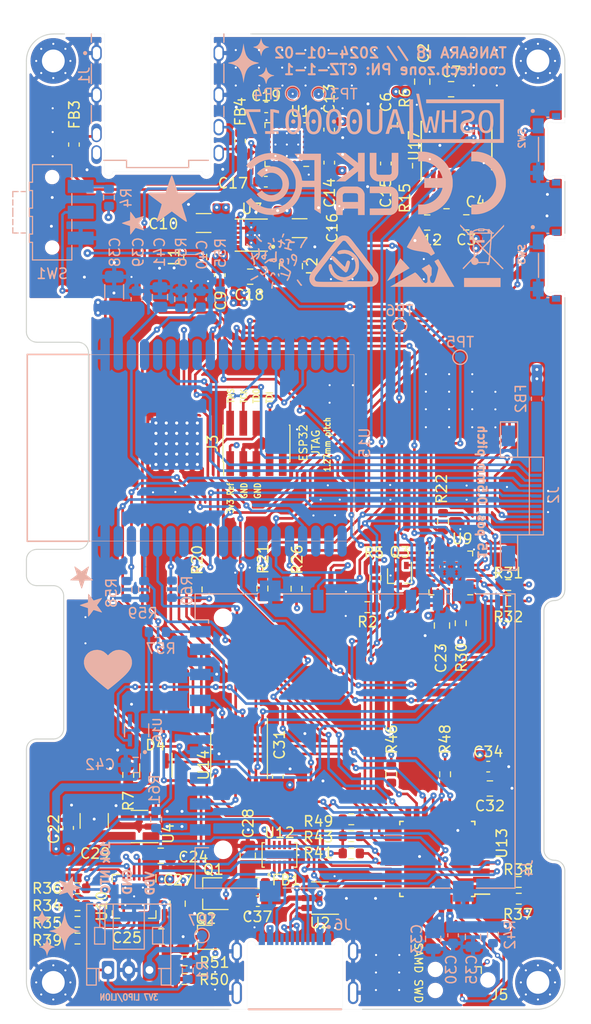
<source format=kicad_pcb>
(kicad_pcb (version 20221018) (generator pcbnew)

  (general
    (thickness 1.566672)
  )

  (paper "A4")
  (title_block
    (comment 4 "AISLER Project ID: ATEUINQR")
  )

  (layers
    (0 "F.Cu" signal)
    (1 "In1.Cu" signal)
    (2 "In2.Cu" signal)
    (31 "B.Cu" signal)
    (32 "B.Adhes" user "B.Adhesive")
    (33 "F.Adhes" user "F.Adhesive")
    (34 "B.Paste" user)
    (35 "F.Paste" user)
    (36 "B.SilkS" user "B.Silkscreen")
    (37 "F.SilkS" user "F.Silkscreen")
    (38 "B.Mask" user)
    (39 "F.Mask" user)
    (40 "Dwgs.User" user "User.Drawings")
    (41 "Cmts.User" user "User.Comments")
    (42 "Eco1.User" user "User.Eco1")
    (43 "Eco2.User" user "User.Eco2")
    (44 "Edge.Cuts" user)
    (45 "Margin" user)
    (46 "B.CrtYd" user "B.Courtyard")
    (47 "F.CrtYd" user "F.Courtyard")
    (48 "B.Fab" user)
    (49 "F.Fab" user)
    (50 "User.1" user)
    (51 "User.2" user)
    (52 "User.3" user)
    (53 "User.4" user)
    (54 "User.5" user)
    (55 "User.6" user)
    (56 "User.7" user)
    (57 "User.8" user)
    (58 "User.9" user)
  )

  (setup
    (stackup
      (layer "F.SilkS" (type "Top Silk Screen") (color "White"))
      (layer "F.Paste" (type "Top Solder Paste"))
      (layer "F.Mask" (type "Top Solder Mask") (color "Purple") (thickness 0.0254))
      (layer "F.Cu" (type "copper") (thickness 0.04318))
      (layer "dielectric 1" (type "prepreg") (thickness 0.202184) (material "FR408-HR") (epsilon_r 3.69) (loss_tangent 0.0091))
      (layer "In1.Cu" (type "copper") (thickness 0.017272))
      (layer "dielectric 2" (type "core") (thickness 0.9906) (material "FR408-HR") (epsilon_r 3.69) (loss_tangent 0.0091))
      (layer "In2.Cu" (type "copper") (thickness 0.017272))
      (layer "dielectric 3" (type "prepreg") (thickness 0.202184) (material "FR408-HR") (epsilon_r 3.69) (loss_tangent 0.0091))
      (layer "B.Cu" (type "copper") (thickness 0.04318))
      (layer "B.Mask" (type "Bottom Solder Mask") (color "Purple") (thickness 0.0254))
      (layer "B.Paste" (type "Bottom Solder Paste"))
      (layer "B.SilkS" (type "Bottom Silk Screen") (color "White"))
      (copper_finish "None")
      (dielectric_constraints no)
    )
    (pad_to_mask_clearance 0)
    (aux_axis_origin 117.25 51)
    (pcbplotparams
      (layerselection 0x00010fc_ffffffff)
      (plot_on_all_layers_selection 0x0000000_00000000)
      (disableapertmacros false)
      (usegerberextensions true)
      (usegerberattributes true)
      (usegerberadvancedattributes true)
      (creategerberjobfile true)
      (dashed_line_dash_ratio 12.000000)
      (dashed_line_gap_ratio 3.000000)
      (svgprecision 6)
      (plotframeref false)
      (viasonmask false)
      (mode 1)
      (useauxorigin false)
      (hpglpennumber 1)
      (hpglpenspeed 20)
      (hpglpendiameter 15.000000)
      (dxfpolygonmode true)
      (dxfimperialunits true)
      (dxfusepcbnewfont true)
      (psnegative false)
      (psa4output false)
      (plotreference true)
      (plotvalue true)
      (plotinvisibletext false)
      (sketchpadsonfab false)
      (subtractmaskfromsilk false)
      (outputformat 1)
      (mirror false)
      (drillshape 0)
      (scaleselection 1)
      (outputdirectory "gerbers2")
    )
  )

  (net 0 "")
  (net 1 "GND")
  (net 2 "/ESP_EN")
  (net 3 "BAT_LEVEL")
  (net 4 "SYS_POWER")
  (net 5 "USB.DP")
  (net 6 "USB.DN")
  (net 7 "3.5mm_DETECT")
  (net 8 "/JTAG.TMS")
  (net 9 "/JTAG.TCK")
  (net 10 "/JTAG.TDO")
  (net 11 "/JTAG.TDI")
  (net 12 "/SWD.SWDIO")
  (net 13 "/SWD.SWCLK")
  (net 14 "/SWD.RESET")
  (net 15 "/Power/NTC")
  (net 16 "~{CHG_PWR_OK}")
  (net 17 "I2C.SCL")
  (net 18 "VBUS")
  (net 19 "I2C.SDA")
  (net 20 "ESP_SPI.PICO")
  (net 21 "unconnected-(U9-IO0_5-Pad6)")
  (net 22 "ESP_SPI.SCLK")
  (net 23 "ESP_SPI.DISPLAY_CS")
  (net 24 "DISPLAY_LED_EN")
  (net 25 "/ESP_BOOT")
  (net 26 "~{SD_VDD_EN}")
  (net 27 "/UART.ESP.TX")
  (net 28 "ESP_SPI.POCI")
  (net 29 "DAC.DATA")
  (net 30 "DAC.BCK")
  (net 31 "ESP_SPI.SD_CS")
  (net 32 "DAC.LRCK")
  (net 33 "SAMD_SPI.POCI")
  (net 34 "/UART.ESP.RX")
  (net 35 "SAMD_SPI.CS")
  (net 36 "SAMD_SPI.PICO")
  (net 37 "/~{SAMD_INT}")
  (net 38 "SAMD_SPI.SCLK")
  (net 39 "CHG_SEL")
  (net 40 "AMP_EN")
  (net 41 "/Power/VBUS_SWITCHED")
  (net 42 "~{GPIO_INT}")
  (net 43 "USB_TCC0")
  (net 44 "USB_TCC1")
  (net 45 "KEY_LOCK")
  (net 46 "CHG_STAT1")
  (net 47 "CHG_STAT2")
  (net 48 "~{TOUCH_INT}")
  (net 49 "DISPLAY_DR")
  (net 50 "+3V3")
  (net 51 "+5VA")
  (net 52 "-5VA")
  (net 53 "KEY_VOL_UP")
  (net 54 "Net-(J7-Pin_3)")
  (net 55 "Net-(U1B-+)")
  (net 56 "KEY_VOL_DOWN")
  (net 57 "Net-(J4-CD{slash}DAT3)")
  (net 58 "Net-(J4-CMD)")
  (net 59 "Net-(J4-CLK)")
  (net 60 "Net-(J4-DAT0)")
  (net 61 "Net-(J4-DAT1)")
  (net 62 "Net-(J4-DAT2)")
  (net 63 "unconnected-(J1-Pad6)")
  (net 64 "Net-(J6-CC1)")
  (net 65 "Net-(U13-VDDCORE)")
  (net 66 "unconnected-(J3-UART_TX-Pad7)")
  (net 67 "unconnected-(J3-UART_RX-Pad9)")
  (net 68 "unconnected-(J3-nRst-Pad10)")
  (net 69 "unconnected-(J6-SBU1-PadA8)")
  (net 70 "unconnected-(J6-SBU2-PadB8)")
  (net 71 "Net-(U7-SWN)")
  (net 72 "Net-(U7-SWP)")
  (net 73 "Net-(Q1-G)")
  (net 74 "Net-(U1A-+)")
  (net 75 "Net-(U1A--)")
  (net 76 "Net-(C17-Pad2)")
  (net 77 "Net-(U1B--)")
  (net 78 "Net-(C19-Pad2)")
  (net 79 "Net-(U14E-~{OE})")
  (net 80 "Net-(U14E-S)")
  (net 81 "SYS_PWR_EN_SAMD")
  (net 82 "Net-(U10-CE)")
  (net 83 "Net-(U10-PROG3)")
  (net 84 "Net-(U10-PROG2)")
  (net 85 "Net-(U10-PROG1)")
  (net 86 "unconnected-(U1C-NC-Pad4)")
  (net 87 "unconnected-(U1-Pad6)")
  (net 88 "unconnected-(U1-Pad7)")
  (net 89 "unconnected-(U1-Pad8)")
  (net 90 "unconnected-(U1C-NC-Pad15)")
  (net 91 "unconnected-(U12-ORIENT-Pad8)")
  (net 92 "unconnected-(U12-SWMONI-Pad9)")
  (net 93 "unconnected-(U15-I39{slash}NOINT-Pad5)")
  (net 94 "unconnected-(U15-SHD{slash}SD2-Pad17)")
  (net 95 "unconnected-(U15-SWP{slash}SD3-Pad18)")
  (net 96 "unconnected-(U15-SCS{slash}CMD-Pad19)")
  (net 97 "unconnected-(U15-SCK{slash}CLK-Pad20)")
  (net 98 "unconnected-(U15-SDO{slash}SD0-Pad21)")
  (net 99 "unconnected-(U15-SDI{slash}SD1-Pad22)")
  (net 100 "unconnected-(U15-IO16-Pad27)")
  (net 101 "unconnected-(U15-IO17-Pad28)")
  (net 102 "unconnected-(U15-NC-Pad32)")
  (net 103 "Net-(J2-Pin_13)")
  (net 104 "Net-(FB3-Pad2)")
  (net 105 "Net-(FB4-Pad2)")
  (net 106 "Net-(J4-VDD)")
  (net 107 "unconnected-(U16-NC-Pad4)")
  (net 108 "Net-(SW1-C)")
  (net 109 "Net-(Q1-S)")
  (net 110 "DAC.MCK")
  (net 111 "SD_CD")
  (net 112 "Net-(U17-CPCA)")
  (net 113 "Net-(U17-CPCB)")
  (net 114 "unconnected-(U1-Pad1)")
  (net 115 "Net-(U17-VMID)")
  (net 116 "Net-(U17-CPVOUTN)")
  (net 117 "unconnected-(U1-Pad23)")
  (net 118 "Net-(U17-LINEVOUTL)")
  (net 119 "Net-(U17-LINEVOUTR)")
  (net 120 "unconnected-(U1-Pad24)")
  (net 121 "unconnected-(U17-ZFLAG-Pad7)")
  (net 122 "unconnected-(U9-IO0_6-Pad7)")
  (net 123 "Net-(Q3-G)")
  (net 124 "unconnected-(U9-IO1_5-Pad15)")
  (net 125 "unconnected-(U9-IO1_6-Pad16)")
  (net 126 "unconnected-(U9-IO1_7-Pad17)")
  (net 127 "Net-(U4-EN)")
  (net 128 "unconnected-(U4-NC-Pad4)")
  (net 129 "unconnected-(U13-PA06-Pad7)")
  (net 130 "unconnected-(U13-PA27-Pad25)")
  (net 131 "unconnected-(U13-PA28-Pad27)")
  (net 132 "Net-(Q2-D)")
  (net 133 "Net-(J6-CC2)")
  (net 134 "unconnected-(U13-PA07-Pad8)")
  (net 135 "unconnected-(U9-IO1_3-Pad13)")
  (net 136 "Net-(J6-DP-PadA6)")
  (net 137 "Net-(J6-DN-PadA7)")
  (net 138 "AMP_MUTE")
  (net 139 "unconnected-(J5-SWO-Pad6)")

  (footprint "Package_TO_SOT_SMD:TSOT-23" (layer "F.Cu") (at 135.476849 134.455179 180))

  (footprint "Package_TO_SOT_SMD:SOT-23-5" (layer "F.Cu") (at 128.415497 127.954481 180))

  (footprint "footprints:MountingHole_2.2mm_M2_Pad_Via2" (layer "F.Cu") (at 166.9 143))

  (footprint "Inductor_SMD:L_1008_2520Metric" (layer "F.Cu") (at 133.801417 72.973879 90))

  (footprint "Capacitor_SMD:C_0805_2012Metric" (layer "F.Cu") (at 130.473198 130.774567))

  (footprint "Resistor_SMD:R_0603_1608Metric" (layer "F.Cu") (at 122.434189 137.149989 180))

  (footprint "Resistor_SMD:R_0603_1608Metric" (layer "F.Cu") (at 151.198456 103.968297 -90))

  (footprint "footprints:QFN-20-1EP_4x4mm_P0.5mm_EP2.5x2.5mm_ThermalVias2" (layer "F.Cu") (at 127.902083 134.695156 -90))

  (footprint "Capacitor_SMD:C_0805_2012Metric" (layer "F.Cu") (at 130.529632 138.571066))

  (footprint "Capacitor_SMD:C_0603_1608Metric" (layer "F.Cu") (at 152.216943 60.416276 -90))

  (footprint "Package_DFN_QFN:HVQFN-24-1EP_4x4mm_P0.5mm_EP2.1x2.1mm" (layer "F.Cu") (at 158.484595 103.47166 180))

  (footprint "Package_TO_SOT_SMD:SOT-23" (layer "F.Cu") (at 130.000805 122.549717 -90))

  (footprint "Resistor_SMD:R_0603_1608Metric" (layer "F.Cu") (at 148.873745 127.25515))

  (footprint "Capacitor_SMD:C_0603_1608Metric" (layer "F.Cu") (at 136.172745 74.724126 -90))

  (footprint "Resistor_SMD:R_0603_1608Metric" (layer "F.Cu") (at 165.049071 134.922126 180))

  (footprint "Resistor_SMD:R_0603_1608Metric" (layer "F.Cu") (at 159.445045 108.327463 90))

  (footprint "Capacitor_SMD:C_0603_1608Metric" (layer "F.Cu") (at 121.530086 128.089529 90))

  (footprint "Package_TO_SOT_SMD:SOT-323_SC-70" (layer "F.Cu") (at 153.539681 103.751753 -90))

  (footprint "Capacitor_SMD:C_0603_1608Metric" (layer "F.Cu") (at 146.738191 60.685697 -90))

  (footprint "Resistor_SMD:R_0603_1608Metric" (layer "F.Cu") (at 165.050103 133.305697 180))

  (footprint "Capacitor_SMD:C_0603_1608Metric" (layer "F.Cu") (at 152.216095 63.952058 90))

  (footprint "footprints:BD91N01NUX-E2" (layer "F.Cu") (at 141.938445 130.694772 90))

  (footprint "Connector:Tag-Connect_TC2030-IDC-NL_2x03_P1.27mm_Vertical" (layer "F.Cu") (at 159.53 142.765 180))

  (footprint "Capacitor_SMD:C_0805_2012Metric" (layer "F.Cu") (at 159.982062 69.634671 180))

  (footprint "Resistor_SMD:R_0603_1608Metric" (layer "F.Cu") (at 122.434189 138.766966 180))

  (footprint "Inductor_SMD:L_0603_1608Metric" (layer "F.Cu") (at 139.793489 133.408759 180))

  (footprint "Resistor_SMD:R_0603_1608Metric" (layer "F.Cu") (at 148.873745 130.546956))

  (footprint "Resistor_SMD:R_0805_2012Metric" (layer "F.Cu") (at 154.05507 60.232017 -90))

  (footprint "Capacitor_SMD:C_0603_1608Metric" (layer "F.Cu") (at 140.620589 65.704592 180))

  (footprint "Capacitor_SMD:C_0805_2012Metric" (layer "F.Cu") (at 132.103885 135.401996 -90))

  (footprint "Capacitor_SMD:C_0603_1608Metric" (layer "F.Cu") (at 139.845147 135.157118 180))

  (footprint "Resistor_SMD:R_0603_1608Metric" (layer "F.Cu") (at 157.736387 98.523188 90))

  (footprint "Capacitor_SMD:C_0805_2012Metric" (layer "F.Cu") (at 139.111897 74.874786))

  (footprint "Resistor_SMD:R_0603_1608Metric" (layer "F.Cu") (at 122.439406 135.533013))

  (footprint "Resistor_SMD:R_0603_1608Metric" (layer "F.Cu") (at 132.78644 140.877326))

  (footprint "Inductor_SMD:L_1008_2520Metric" (layer "F.Cu") (at 143.044904 73.86026 -90))

  (footprint "Capacitor_SMD:C_0805_2012Metric" (layer "F.Cu") (at 156.207041 69.648592 180))

  (footprint "Capacitor_SMD:C_0805_2012Metric" (layer "F.Cu") (at 158.07357 67.582319 180))

  (footprint "Package_SO:TSSOP-16_4.4x5mm_P0.65mm" (layer "F.Cu") (at 138.037154 121.127252 -90))

  (footprint "Capacitor_SMD:C_0805_2012Metric" (layer "F.Cu") (at 158.513691 56.778764))

  (footprint "Inductor_SMD:L_0603_1608Metric" (layer "F.Cu") (at 138.136435 61.76766 -90))

  (footprint "Resistor_SMD:R_0603_1608Metric" (layer "F.Cu") (at 133.941895 105.064074 90))

  (footprint "NetTie:NetTie-2_SMD_Pad0.5mm" (layer "F.Cu") (at 146.902022 104.10454 -90))

  (footprint "Resistor_SMD:R_0603_1608Metric" (layer "F.Cu") (at 143.585559 104.993281 90))

  (footprint "Resistor_SMD:R_0603_1608Metric" (layer "F.Cu") (at 140.296114 104.976392 90))

  (footprint "Package_TO_SOT_SMD:SOT-23-6" (layer "F.Cu")
    (tstamp 98c16f2b-77bb-43d5-908d-2856eeb3b2ec)
    (at 145.845749 134.861076 180)
    (descr "SOT, 6 Pin (https://www.jedec.org/sites/default/files/docs/Mo-178c.PDF variant AB), generated with kicad-footprint-generator ipc_gullwing_generator.py")
    (tags "SOT TO_SOT_SMD")
    (property "MPN" "USBLC6-2SC6")
    (property "Sheetfile" "power.kicad_sch")
    (property "Sheetname" "Power")
    (property "ki_description" "Very low capacitance ESD protection diode, 2 data-line, SOT-23-6")
    (property "ki_keywords" "usb ethernet video")
    (path "/3e1bbe1f-2b0b-4dc2-a25f-c37315228fda/0c593d95-d021-4454-ae4f-36918ae6b686")
    (attr smd)
    (fp_text reference "U2" (at 0 -2.4) (layer "F.SilkS")
        (effects (font (size 1 1) (thickness 0.15)))
      (tstamp fb3c9ba8-d984-4e3f-828c-351ed15296b5)
    )
    (fp_text value "USBLC6-2SC6" (at 0 2.4) (layer "F.Fab")
        (effects (font (size 1 1) (thickness 0.15)))
      (tstamp ace24739-ef5d-4768-b649-b0a285b6e1c5)
    )
    (fp_text user "${REFERENCE}" (at 0 0) (layer "F.Fab")
        (effects (font (size 0.4 0.4) (thickness 0.06)))
      (tstamp c3d98806-46e3-44f7-8a65-1b6f4b58dcd1)
    )
    (fp_line (start 0 -1.56) (end -1.8 -1.56)
      (stroke (width 0.12) (type solid)) (layer "F.SilkS") (tstamp eaf5eda0-6e83-4661-bd3b-f0f26059735b))
    (fp_line (start 0 -1.56) (end 0.8 -1.56)
      (stroke (width 0.12) (type solid)) (layer "F.SilkS") (tstamp 2cc74184-c9db-49d2-9c5a-51879f6693e2))
    (fp_line (start 0 1.56) (end -0.8 1.56)
      (stroke (width 0.12) (type solid)) (layer "F.SilkS") (tstamp 7066af6d-7552-4607-8b96-727e3cbc8f62))
    (fp_line (start 0 1.56) (end 0.8 1.56)
      (stroke (width 0.12) (type solid)) (layer "F.SilkS") (tstamp 4f6d4b74-dc71-4cf0-9d48-f1e62976961f))
    (fp_line (start -2.05 -1.7) (end -2.05 1.7)
      (stroke (width 0.05) (type solid)) (layer "F.CrtYd") (tstamp 23ef1045-b9eb-42ab-8c01-f4e3e8347144))
    (fp_line (start -2.05 1.7) (end 2.05 1.7)
      (stroke (width 0.05) (type solid)) (layer "F.CrtYd") (tstamp ddb598d8-a83e-4371-a7a3-496ee11a672e))
    (fp_line (start 2.05 -1.7) (end -2.05 -1.7)
      (stroke (width 0.05) (type solid)) (layer "F.CrtYd") (tstamp ecfe948c-e1d1-4321-8338-610759f29c91))
    (fp_line (start 2.05 1.7) (end 2.05 -1.7)
      (stroke (width 0.05) (type solid)) (layer "F.CrtYd") (tstamp fa7c5f7c-ab2b-4d50-9b23-deddaa58df6c))
    (fp_line (start -0.8 -1.05) (end -0.4 -1.45)
      (stroke (width 0.1) (type solid)) (layer "F.Fab") (tstamp 1a85b34f-7026-42d6-8c62-11e8d01987e0))
    (fp_line (start -0.8 1.45) (end -0.8 -1.05)
      (stroke (width 0.1) (type solid)) (layer "F.Fab") (tstamp a5dfe8e8-3c99-4f6e-99c7-f6f171d256e3))
    (fp_line (start -0.4 -1.45) (end 0.8 -1.45)
      (stroke (width 0.1) (type solid)) (layer "F.
... [2839555 chars truncated]
</source>
